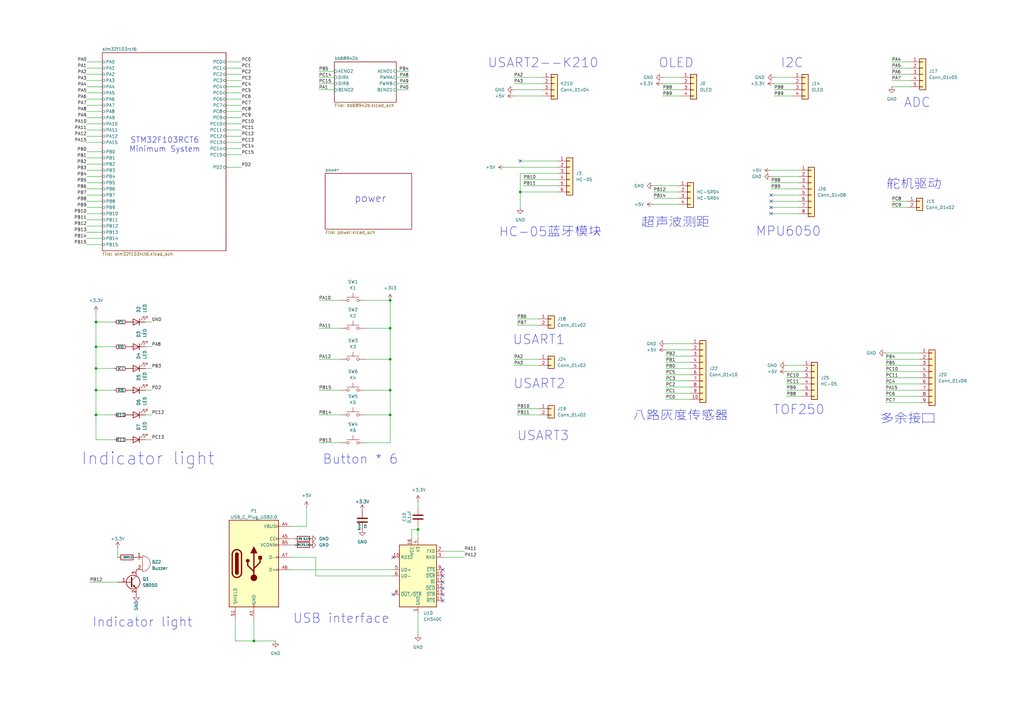
<source format=kicad_sch>
(kicad_sch (version 20231120) (generator "eeschema") (generator_version "8.0")
  (paper "A3")
  (lib_symbols
    (symbol "Library:+3.3V" (power) (pin_numbers hide) (pin_names (offset 0) hide)
      (property "Value" "+3.3V" (at 0 3.556 0))
      (symbol "+3.3V_1_1"
        (pin power_in line (at 0 0 90) (length 0) (name "~") (number "1"))
      )
    )
    (symbol "Library:+3V3" (power) (pin_numbers hide) (pin_names (offset 0) hide)
      (property "Value" "+3V3" (at 0 3.556 0))
      (symbol "+3V3_1_1"
        (pin power_in line (at 0 0 90) (length 0) (name "~") (number "1"))
      )
    )
    (symbol "Library:+5V" (power) (pin_numbers hide) (pin_names (offset 0) hide)
      (property "Value" "+5V" (at 0 3.556 0))
      (symbol "+5V_1_1"
        (pin power_in line (at 0 0 90) (length 0) (name "~") (number "1"))
      )
    )
    (symbol "Library:Buzzer" (pin_names (offset 0.0254) hide)
      (property "Reference" "BZ" (at 3.81 1.27 0))
      (property "Value" "Buzzer" (at 3.81 -1.27 0))
      (symbol "Buzzer_1_1"
        (pin passive line (at -2.54 2.54 0) (length 2.54) (name "-") (number "1"))
        (pin passive line (at -2.54 -2.54 0) (length 2.54) (name "+") (number "2"))
      )
    )
    (symbol "Library:C" (pin_numbers hide) (pin_names (offset 0.254))
      (property "Reference" "C" (at 0.635 2.54 0))
      (property "Value" "C" (at 0.635 -2.54 0))
      (symbol "C_1_1"
        (pin passive line (at 0 3.81 270) (length 2.794) (name "~") (number "1"))
        (pin passive line (at 0 -3.81 90) (length 2.794) (name "~") (number "2"))
      )
    )
    (symbol "Library:CH340C"
      (property "Reference" "U" (at -5.08 13.97 0))
      (property "Value" "CH340C" (at 1.27 13.97 0))
      (symbol "CH340C_1_1"
        (pin power_in line (at 0 -15.24 90) (length 2.54) (name "GND") (number "1"))
        (pin input line (at 10.16 0 180) (length 2.54) (name "~{DSR}") (number "10"))
        (pin input line (at 10.16 -2.54 180) (length 2.54) (name "~{RI}") (number "11"))
        (pin input line (at 10.16 -5.08 180) (length 2.54) (name "~{DCD}") (number "12"))
        (pin output line (at 10.16 -7.62 180) (length 2.54) (name "~{DTR}") (number "13"))
        (pin output line (at 10.16 -10.16 180) (length 2.54) (name "~{RTS}") (number "14"))
        (pin input line (at -10.16 7.62 0) (length 2.54) (name "R232") (number "15"))
        (pin power_in line (at -2.54 15.24 270) (length 2.54) (name "VCC") (number "16"))
        (pin output line (at 10.16 10.16 180) (length 2.54) (name "TXD") (number "2"))
        (pin input line (at 10.16 7.62 180) (length 2.54) (name "RXD") (number "3"))
        (pin power_out line (at 0 15.24 270) (length 2.54) (name "V3") (number "4"))
        (pin bidirectional line (at -10.16 2.54 0) (length 2.54) (name "UD+") (number "5"))
        (pin bidirectional line (at -10.16 0 0) (length 2.54) (name "UD-") (number "6"))
        (pin no_connect line (at -7.62 -5.08 0) (length 2.54) hide (name "NC") (number "7"))
        (pin output line (at -10.16 -7.62 0) (length 2.54) (name "~{OUT}/~{DTR}") (number "8"))
        (pin input line (at 10.16 2.54 180) (length 2.54) (name "~{CTS}") (number "9"))
      )
    )
    (symbol "Library:Conn_01x02" (pin_names (offset 1.016) hide)
      (property "Reference" "J" (at 0 2.54 0))
      (property "Value" "Conn_01x02" (at 0 -5.08 0))
      (symbol "Conn_01x02_1_1"
        (pin passive line (at -5.08 0 0) (length 3.81) (name "Pin_1") (number "1"))
        (pin passive line (at -5.08 -2.54 0) (length 3.81) (name "Pin_2") (number "2"))
      )
    )
    (symbol "Library:Conn_01x04" (pin_names (offset 1.016) hide)
      (property "Reference" "J" (at 0 5.08 0))
      (property "Value" "Conn_01x04" (at 0 -7.62 0))
      (symbol "Conn_01x04_1_1"
        (pin passive line (at -5.08 2.54 0) (length 3.81) (name "Pin_1") (number "1"))
        (pin passive line (at -5.08 0 0) (length 3.81) (name "Pin_2") (number "2"))
        (pin passive line (at -5.08 -2.54 0) (length 3.81) (name "Pin_3") (number "3"))
        (pin passive line (at -5.08 -5.08 0) (length 3.81) (name "Pin_4") (number "4"))
      )
    )
    (symbol "Library:Conn_01x05" (pin_names (offset 1.016) hide)
      (property "Reference" "J" (at 0 7.62 0))
      (property "Value" "Conn_01x05" (at 0 -7.62 0))
      (symbol "Conn_01x05_1_1"
        (pin passive line (at -5.08 5.08 0) (length 3.81) (name "Pin_1") (number "1"))
        (pin passive line (at -5.08 2.54 0) (length 3.81) (name "Pin_2") (number "2"))
        (pin passive line (at -5.08 0 0) (length 3.81) (name "Pin_3") (number "3"))
        (pin passive line (at -5.08 -2.54 0) (length 3.81) (name "Pin_4") (number "4"))
        (pin passive line (at -5.08 -5.08 0) (length 3.81) (name "Pin_5") (number "5"))
      )
    )
    (symbol "Library:Conn_01x06" (pin_names (offset 1.016) hide)
      (property "Reference" "J" (at 0 7.62 0))
      (property "Value" "Conn_01x06" (at 0 -10.16 0))
      (symbol "Conn_01x06_1_1"
        (pin passive line (at -5.08 5.08 0) (length 3.81) (name "Pin_1") (number "1"))
        (pin passive line (at -5.08 2.54 0) (length 3.81) (name "Pin_2") (number "2"))
        (pin passive line (at -5.08 0 0) (length 3.81) (name "Pin_3") (number "3"))
        (pin passive line (at -5.08 -2.54 0) (length 3.81) (name "Pin_4") (number "4"))
        (pin passive line (at -5.08 -5.08 0) (length 3.81) (name "Pin_5") (number "5"))
        (pin passive line (at -5.08 -7.62 0) (length 3.81) (name "Pin_6") (number "6"))
      )
    )
    (symbol "Library:Conn_01x08" (pin_names (offset 1.016) hide)
      (property "Reference" "J" (at 0 10.16 0))
      (property "Value" "Conn_01x08" (at 0 -12.7 0))
      (symbol "Conn_01x08_1_1"
        (pin passive line (at -5.08 7.62 0) (length 3.81) (name "Pin_1") (number "1"))
        (pin passive line (at -5.08 5.08 0) (length 3.81) (name "Pin_2") (number "2"))
        (pin passive line (at -5.08 2.54 0) (length 3.81) (name "Pin_3") (number "3"))
        (pin passive line (at -5.08 0 0) (length 3.81) (name "Pin_4") (number "4"))
        (pin passive line (at -5.08 -2.54 0) (length 3.81) (name "Pin_5") (number "5"))
        (pin passive line (at -5.08 -5.08 0) (length 3.81) (name "Pin_6") (number "6"))
        (pin passive line (at -5.08 -7.62 0) (length 3.81) (name "Pin_7") (number "7"))
        (pin passive line (at -5.08 -10.16 0) (length 3.81) (name "Pin_8") (number "8"))
      )
    )
    (symbol "Library:Conn_01x09" (pin_names (offset 1.016) hide)
      (property "Reference" "J" (at 0 12.7 0))
      (property "Value" "Conn_01x09" (at 0 -12.7 0))
      (symbol "Conn_01x09_1_1"
        (pin passive line (at -5.08 10.16 0) (length 3.81) (name "Pin_1") (number "1"))
        (pin passive line (at -5.08 7.62 0) (length 3.81) (name "Pin_2") (number "2"))
        (pin passive line (at -5.08 5.08 0) (length 3.81) (name "Pin_3") (number "3"))
        (pin passive line (at -5.08 2.54 0) (length 3.81) (name "Pin_4") (number "4"))
        (pin passive line (at -5.08 0 0) (length 3.81) (name "Pin_5") (number "5"))
        (pin passive line (at -5.08 -2.54 0) (length 3.81) (name "Pin_6") (number "6"))
        (pin passive line (at -5.08 -5.08 0) (length 3.81) (name "Pin_7") (number "7"))
        (pin passive line (at -5.08 -7.62 0) (length 3.81) (name "Pin_8") (number "8"))
        (pin passive line (at -5.08 -10.16 0) (length 3.81) (name "Pin_9") (number "9"))
      )
    )
    (symbol "Library:Conn_01x10" (pin_names (offset 1.016) hide)
      (property "Reference" "J" (at 0 12.7 0))
      (property "Value" "Conn_01x10" (at 0 -15.24 0))
      (symbol "Conn_01x10_1_1"
        (pin passive line (at -5.08 10.16 0) (length 3.81) (name "Pin_1") (number "1"))
        (pin passive line (at -5.08 -12.7 0) (length 3.81) (name "Pin_10") (number "10"))
        (pin passive line (at -5.08 7.62 0) (length 3.81) (name "Pin_2") (number "2"))
        (pin passive line (at -5.08 5.08 0) (length 3.81) (name "Pin_3") (number "3"))
        (pin passive line (at -5.08 2.54 0) (length 3.81) (name "Pin_4") (number "4"))
        (pin passive line (at -5.08 0 0) (length 3.81) (name "Pin_5") (number "5"))
        (pin passive line (at -5.08 -2.54 0) (length 3.81) (name "Pin_6") (number "6"))
        (pin passive line (at -5.08 -5.08 0) (length 3.81) (name "Pin_7") (number "7"))
        (pin passive line (at -5.08 -7.62 0) (length 3.81) (name "Pin_8") (number "8"))
        (pin passive line (at -5.08 -10.16 0) (length 3.81) (name "Pin_9") (number "9"))
      )
    )
    (symbol "Library:GND" (power) (pin_numbers hide) (pin_names (offset 0) hide)
      (property "Value" "GND" (at 0 -3.81 0))
      (symbol "GND_1_1"
        (pin power_in line (at 0 0 270) (length 0) (name "~") (number "1"))
      )
    )
    (symbol "Library:LED" (pin_numbers hide) (pin_names (offset 1.016) hide)
      (property "Reference" "D" (at 0 2.54 0))
      (property "Value" "LED" (at 0 -2.54 0))
      (symbol "LED_1_1"
        (pin passive line (at -3.81 0 0) (length 2.54) (name "K") (number "1"))
        (pin passive line (at 3.81 0 180) (length 2.54) (name "A") (number "2"))
      )
    )
    (symbol "Library:R" (pin_numbers hide) (pin_names (offset 0))
      (property "Reference" "R" (at 2.032 0 90))
      (property "Value" "R" (at 0 0 90))
      (symbol "R_1_1"
        (pin passive line (at 0 3.81 270) (length 1.27) (name "~") (number "1"))
        (pin passive line (at 0 -3.81 90) (length 1.27) (name "~") (number "2"))
      )
    )
    (symbol "Library:R_Small" (pin_numbers hide) (pin_names (offset 0.254) hide)
      (property "Reference" "R" (at 0.762 0.508 0))
      (property "Value" "R_Small" (at 0.762 -1.016 0))
      (symbol "R_Small_1_1"
        (pin passive line (at 0 2.54 270) (length 0.762) (name "~") (number "1"))
        (pin passive line (at 0 -2.54 90) (length 0.762) (name "~") (number "2"))
      )
    )
    (symbol "Library:S8050" (pin_names (offset 0) hide)
      (property "Reference" "Q" (at 5.08 1.905 0))
      (property "Value" "S8050" (at 5.08 0 0))
      (symbol "S8050_1_1"
        (pin input line (at -5.08 0 0) (length 5.08) (name "B") (number "1"))
        (pin passive line (at 2.54 -5.08 90) (length 2.54) (name "E") (number "2"))
        (pin passive line (at 2.54 5.08 270) (length 2.54) (name "C") (number "3"))
      )
    )
    (symbol "Library:SW_Push" (pin_numbers hide) (pin_names (offset 1.016) hide)
      (property "Reference" "SW" (at 1.27 2.54 0))
      (property "Value" "SW_Push" (at 0 -1.524 0))
      (symbol "SW_Push_0_1"
        (pin passive line (at -5.08 0 0) (length 2.54) (name "1") (number "1"))
        (pin passive line (at 5.08 0 180) (length 2.54) (name "2") (number "2"))
      )
    )
    (symbol "Library:USB_C_Plug_USB2.0" (pin_names (offset 1.016))
      (property "Reference" "P" (at -10.16 19.05 0))
      (property "Value" "USB_C_Plug_USB2.0" (at 12.7 19.05 0))
      (symbol "USB_C_Plug_USB2.0_1_1"
        (pin passive line (at 0 -22.86 90) (length 5.08) (name "GND") (number "A1"))
        (pin passive line (at 0 -22.86 90) (length 5.08) hide (name "GND") (number "A12"))
        (pin passive line (at 15.24 15.24 180) (length 5.08) (name "VBUS") (number "A4"))
        (pin bidirectional line (at 15.24 10.16 180) (length 5.08) (name "CC") (number "A5"))
        (pin bidirectional line (at 15.24 -2.54 180) (length 5.08) (name "D+") (number "A6"))
        (pin bidirectional line (at 15.24 2.54 180) (length 5.08) (name "D-") (number "A7"))
        (pin passive line (at 15.24 15.24 180) (length 5.08) hide (name "VBUS") (number "A9"))
        (pin passive line (at 0 -22.86 90) (length 5.08) hide (name "GND") (number "B1"))
        (pin passive line (at 0 -22.86 90) (length 5.08) hide (name "GND") (number "B12"))
        (pin passive line (at 15.24 15.24 180) (length 5.08) hide (name "VBUS") (number "B4"))
        (pin bidirectional line (at 15.24 7.62 180) (length 5.08) (name "VCONN") (number "B5"))
        (pin passive line (at 15.24 15.24 180) (length 5.08) hide (name "VBUS") (number "B9"))
        (pin passive line (at -7.62 -22.86 90) (length 5.08) (name "SHIELD") (number "S1"))
      )
    )
  )
  (junction (at 104.14 262.89))
  (junction (at 39.37 170.18))
  (junction (at 171.45 217.17))
  (junction (at 160.02 147.32))
  (junction (at 39.37 151.13))
  (junction (at 160.02 134.62))
  (junction (at 39.37 142.24))
  (junction (at 160.02 123.19))
  (junction (at 160.02 170.18))
  (junction (at 39.37 160.02))
  (junction (at 160.02 160.02))
  (junction (at 39.37 132.08))
  (junction (at 213.36 78.74))
  (no_connect (at 181.61 241.3))
  (no_connect (at 316.23 82.55))
  (no_connect (at 181.61 233.68))
  (no_connect (at 213.36 66.04))
  (no_connect (at 316.23 85.09))
  (no_connect (at 161.29 228.6))
  (no_connect (at 181.61 243.84))
  (no_connect (at 161.29 243.84))
  (no_connect (at 316.23 80.01))
  (no_connect (at 181.61 238.76))
  (no_connect (at 316.23 87.63))
  (no_connect (at 181.61 236.22))
  (no_connect (at 181.61 246.38))
  (wire (pts (xy 130.81 170.18) (xy 139.7 170.18)))
  (wire (pts (xy 322.58 157.48) (xy 328.93 157.48)))
  (wire (pts (xy 62.23 151.13) (xy 59.69 151.13)))
  (wire (pts (xy 322.58 160.02) (xy 328.93 160.02)))
  (wire (pts (xy 35.56 92.71) (xy 41.91 92.71)))
  (wire (pts (xy 129.54 228.6) (xy 129.54 236.22)))
  (wire (pts (xy 35.56 87.63) (xy 41.91 87.63)))
  (wire (pts (xy 322.58 152.4) (xy 328.93 152.4)))
  (wire (pts (xy 130.81 36.83) (xy 137.16 36.83)))
  (wire (pts (xy 168.91 220.98) (xy 168.91 217.17)))
  (wire (pts (xy 365.76 82.55) (xy 372.11 82.55)))
  (wire (pts (xy 271.78 36.83) (xy 279.4 36.83)))
  (wire (pts (xy 62.23 170.18) (xy 59.69 170.18)))
  (wire (pts (xy 35.56 48.26) (xy 41.91 48.26)))
  (wire (pts (xy 104.14 254) (xy 104.14 262.89)))
  (wire (pts (xy 35.56 40.64) (xy 41.91 40.64)))
  (wire (pts (xy 322.58 154.94) (xy 328.93 154.94)))
  (wire (pts (xy 127 223.52) (xy 128.27 223.52)))
  (wire (pts (xy 46.99 142.24) (xy 39.37 142.24)))
  (wire (pts (xy 92.71 50.8) (xy 99.06 50.8)))
  (wire (pts (xy 130.81 147.32) (xy 139.7 147.32)))
  (wire (pts (xy 62.23 180.34) (xy 59.69 180.34)))
  (wire (pts (xy 168.91 217.17) (xy 171.45 217.17)))
  (wire (pts (xy 273.05 153.67) (xy 283.21 153.67)))
  (wire (pts (xy 181.61 228.6) (xy 190.5 228.6)))
  (wire (pts (xy 271.78 31.75) (xy 279.4 31.75)))
  (wire (pts (xy 149.86 160.02) (xy 160.02 160.02)))
  (wire (pts (xy 210.82 34.29) (xy 222.25 34.29)))
  (wire (pts (xy 92.71 48.26) (xy 99.06 48.26)))
  (wire (pts (xy 213.36 71.12) (xy 213.36 78.74)))
  (wire (pts (xy 62.23 142.24) (xy 59.69 142.24)))
  (wire (pts (xy 35.56 77.47) (xy 41.91 77.47)))
  (wire (pts (xy 365.76 30.48) (xy 373.38 30.48)))
  (wire (pts (xy 273.05 146.05) (xy 283.21 146.05)))
  (wire (pts (xy 119.38 215.9) (xy 125.73 215.9)))
  (wire (pts (xy 363.22 152.4) (xy 377.19 152.4)))
  (wire (pts (xy 92.71 45.72) (xy 99.06 45.72)))
  (wire (pts (xy 213.36 78.74) (xy 228.6 78.74)))
  (wire (pts (xy 363.22 162.56) (xy 377.19 162.56)))
  (wire (pts (xy 46.99 151.13) (xy 39.37 151.13)))
  (wire (pts (xy 363.22 160.02) (xy 377.19 160.02)))
  (wire (pts (xy 363.22 149.86) (xy 377.19 149.86)))
  (wire (pts (xy 363.22 157.48) (xy 377.19 157.48)))
  (wire (pts (xy 35.56 95.25) (xy 41.91 95.25)))
  (wire (pts (xy 92.71 27.94) (xy 99.06 27.94)))
  (wire (pts (xy 365.76 33.02) (xy 373.38 33.02)))
  (wire (pts (xy 273.05 161.29) (xy 283.21 161.29)))
  (wire (pts (xy 130.81 123.19) (xy 139.7 123.19)))
  (wire (pts (xy 35.56 69.85) (xy 41.91 69.85)))
  (wire (pts (xy 39.37 142.24) (xy 39.37 151.13)))
  (wire (pts (xy 35.56 74.93) (xy 41.91 74.93)))
  (wire (pts (xy 273.05 158.75) (xy 283.21 158.75)))
  (wire (pts (xy 129.54 236.22) (xy 161.29 236.22)))
  (wire (pts (xy 92.71 30.48) (xy 99.06 30.48)))
  (wire (pts (xy 363.22 144.78) (xy 377.19 144.78)))
  (wire (pts (xy 363.22 154.94) (xy 377.19 154.94)))
  (wire (pts (xy 160.02 160.02) (xy 160.02 170.18)))
  (wire (pts (xy 316.23 82.55) (xy 327.66 82.55)))
  (wire (pts (xy 271.78 39.37) (xy 279.4 39.37)))
  (wire (pts (xy 39.37 170.18) (xy 39.37 180.34)))
  (wire (pts (xy 130.81 29.21) (xy 137.16 29.21)))
  (wire (pts (xy 125.73 208.28) (xy 125.73 215.9)))
  (wire (pts (xy 35.56 62.23) (xy 41.91 62.23)))
  (wire (pts (xy 317.5 36.83) (xy 325.12 36.83)))
  (wire (pts (xy 207.01 68.58) (xy 228.6 68.58)))
  (wire (pts (xy 365.76 27.94) (xy 373.38 27.94)))
  (wire (pts (xy 214.63 76.2) (xy 228.6 76.2)))
  (wire (pts (xy 210.82 31.75) (xy 222.25 31.75)))
  (wire (pts (xy 35.56 50.8) (xy 41.91 50.8)))
  (wire (pts (xy 181.61 226.06) (xy 190.5 226.06)))
  (wire (pts (xy 267.97 81.28) (xy 278.13 81.28)))
  (wire (pts (xy 171.45 205.74) (xy 171.45 208.28)))
  (wire (pts (xy 160.02 134.62) (xy 160.02 147.32)))
  (wire (pts (xy 214.63 73.66) (xy 228.6 73.66)))
  (wire (pts (xy 62.23 160.02) (xy 59.69 160.02)))
  (wire (pts (xy 92.71 40.64) (xy 99.06 40.64)))
  (wire (pts (xy 35.56 25.4) (xy 41.91 25.4)))
  (wire (pts (xy 35.56 85.09) (xy 41.91 85.09)))
  (wire (pts (xy 149.86 123.19) (xy 160.02 123.19)))
  (wire (pts (xy 92.71 38.1) (xy 99.06 38.1)))
  (wire (pts (xy 162.56 34.29) (xy 167.64 34.29)))
  (wire (pts (xy 273.05 140.97) (xy 283.21 140.97)))
  (wire (pts (xy 92.71 35.56) (xy 99.06 35.56)))
  (wire (pts (xy 92.71 53.34) (xy 99.06 53.34)))
  (wire (pts (xy 149.86 147.32) (xy 160.02 147.32)))
  (wire (pts (xy 271.78 34.29) (xy 279.4 34.29)))
  (wire (pts (xy 39.37 128.27) (xy 39.37 132.08)))
  (wire (pts (xy 39.37 151.13) (xy 39.37 160.02)))
  (wire (pts (xy 316.23 85.09) (xy 327.66 85.09)))
  (wire (pts (xy 130.81 34.29) (xy 137.16 34.29)))
  (wire (pts (xy 35.56 72.39) (xy 41.91 72.39)))
  (wire (pts (xy 119.38 223.52) (xy 120.65 223.52)))
  (wire (pts (xy 273.05 143.51) (xy 283.21 143.51)))
  (wire (pts (xy 35.56 97.79) (xy 41.91 97.79)))
  (wire (pts (xy 92.71 43.18) (xy 99.06 43.18)))
  (wire (pts (xy 149.86 181.61) (xy 160.02 181.61)))
  (wire (pts (xy 130.81 160.02) (xy 139.7 160.02)))
  (wire (pts (xy 365.76 85.09) (xy 372.11 85.09)))
  (wire (pts (xy 35.56 53.34) (xy 41.91 53.34)))
  (wire (pts (xy 35.56 58.42) (xy 41.91 58.42)))
  (wire (pts (xy 35.56 100.33) (xy 41.91 100.33)))
  (wire (pts (xy 39.37 160.02) (xy 39.37 170.18)))
  (wire (pts (xy 92.71 25.4) (xy 99.06 25.4)))
  (wire (pts (xy 48.26 224.79) (xy 48.26 228.6)))
  (wire (pts (xy 62.23 132.08) (xy 59.69 132.08)))
  (wire (pts (xy 35.56 45.72) (xy 41.91 45.72)))
  (wire (pts (xy 35.56 38.1) (xy 41.91 38.1)))
  (wire (pts (xy 322.58 149.86) (xy 328.93 149.86)))
  (wire (pts (xy 316.23 74.93) (xy 327.66 74.93)))
  (wire (pts (xy 35.56 67.31) (xy 41.91 67.31)))
  (wire (pts (xy 267.97 83.82) (xy 278.13 83.82)))
  (wire (pts (xy 213.36 71.12) (xy 228.6 71.12)))
  (wire (pts (xy 35.56 64.77) (xy 41.91 64.77)))
  (wire (pts (xy 365.76 25.4) (xy 373.38 25.4)))
  (wire (pts (xy 35.56 82.55) (xy 41.91 82.55)))
  (wire (pts (xy 171.45 251.46) (xy 171.45 260.35)))
  (wire (pts (xy 212.09 133.35) (xy 220.98 133.35)))
  (wire (pts (xy 119.38 233.68) (xy 161.29 233.68)))
  (wire (pts (xy 149.86 170.18) (xy 160.02 170.18)))
  (wire (pts (xy 162.56 36.83) (xy 167.64 36.83)))
  (wire (pts (xy 35.56 55.88) (xy 41.91 55.88)))
  (wire (pts (xy 46.99 160.02) (xy 39.37 160.02)))
  (wire (pts (xy 39.37 132.08) (xy 39.37 142.24)))
  (wire (pts (xy 162.56 29.21) (xy 167.64 29.21)))
  (wire (pts (xy 317.5 31.75) (xy 325.12 31.75)))
  (wire (pts (xy 212.09 167.64) (xy 220.98 167.64)))
  (wire (pts (xy 104.14 262.89) (xy 113.03 262.89)))
  (wire (pts (xy 160.02 160.02) (xy 160.02 147.32)))
  (wire (pts (xy 96.52 254) (xy 96.52 262.89)))
  (wire (pts (xy 316.23 87.63) (xy 327.66 87.63)))
  (wire (pts (xy 317.5 39.37) (xy 325.12 39.37)))
  (wire (pts (xy 35.56 90.17) (xy 41.91 90.17)))
  (wire (pts (xy 130.81 181.61) (xy 139.7 181.61)))
  (wire (pts (xy 273.05 163.83) (xy 283.21 163.83)))
  (wire (pts (xy 210.82 149.86) (xy 220.98 149.86)))
  (wire (pts (xy 127 220.98) (xy 128.27 220.98)))
  (wire (pts (xy 267.97 78.74) (xy 278.13 78.74)))
  (wire (pts (xy 35.56 27.94) (xy 41.91 27.94)))
  (wire (pts (xy 171.45 217.17) (xy 171.45 220.98)))
  (wire (pts (xy 316.23 80.01) (xy 327.66 80.01)))
  (wire (pts (xy 316.23 69.85) (xy 327.66 69.85)))
  (wire (pts (xy 322.58 162.56) (xy 328.93 162.56)))
  (wire (pts (xy 273.05 148.59) (xy 283.21 148.59)))
  (wire (pts (xy 149.86 134.62) (xy 160.02 134.62)))
  (wire (pts (xy 130.81 31.75) (xy 137.16 31.75)))
  (wire (pts (xy 92.71 58.42) (xy 99.06 58.42)))
  (wire (pts (xy 210.82 39.37) (xy 222.25 39.37)))
  (wire (pts (xy 119.38 228.6) (xy 129.54 228.6)))
  (wire (pts (xy 35.56 33.02) (xy 41.91 33.02)))
  (wire (pts (xy 212.09 130.81) (xy 220.98 130.81)))
  (wire (pts (xy 363.22 165.1) (xy 377.19 165.1)))
  (wire (pts (xy 317.5 34.29) (xy 325.12 34.29)))
  (wire (pts (xy 316.23 77.47) (xy 327.66 77.47)))
  (wire (pts (xy 92.71 33.02) (xy 99.06 33.02)))
  (wire (pts (xy 267.97 76.2) (xy 278.13 76.2)))
  (wire (pts (xy 160.02 181.61) (xy 160.02 170.18)))
  (wire (pts (xy 119.38 220.98) (xy 120.65 220.98)))
  (wire (pts (xy 365.76 35.56) (xy 373.38 35.56)))
  (wire (pts (xy 171.45 215.9) (xy 171.45 217.17)))
  (wire (pts (xy 35.56 35.56) (xy 41.91 35.56)))
  (wire (pts (xy 46.99 180.34) (xy 39.37 180.34)))
  (wire (pts (xy 35.56 80.01) (xy 41.91 80.01)))
  (wire (pts (xy 210.82 147.32) (xy 220.98 147.32)))
  (wire (pts (xy 162.56 31.75) (xy 167.64 31.75)))
  (wire (pts (xy 213.36 78.74) (xy 213.36 85.09)))
  (wire (pts (xy 210.82 36.83) (xy 222.25 36.83)))
  (wire (pts (xy 39.37 132.08) (xy 46.99 132.08)))
  (wire (pts (xy 273.05 151.13) (xy 283.21 151.13)))
  (wire (pts (xy 36.83 238.76) (xy 48.26 238.76)))
  (wire (pts (xy 92.71 63.5) (xy 99.06 63.5)))
  (wire (pts (xy 96.52 262.89) (xy 104.14 262.89)))
  (wire (pts (xy 35.56 43.18) (xy 41.91 43.18)))
  (wire (pts (xy 92.71 55.88) (xy 99.06 55.88)))
  (wire (pts (xy 213.36 66.04) (xy 228.6 66.04)))
  (wire (pts (xy 160.02 123.19) (xy 160.02 134.62)))
  (wire (pts (xy 92.71 68.58) (xy 99.06 68.58)))
  (wire (pts (xy 212.09 170.18) (xy 220.98 170.18)))
  (wire (pts (xy 130.81 134.62) (xy 139.7 134.62)))
  (wire (pts (xy 273.05 156.21) (xy 283.21 156.21)))
  (wire (pts (xy 363.22 147.32) (xy 377.19 147.32)))
  (wire (pts (xy 46.99 170.18) (xy 39.37 170.18)))
  (wire (pts (xy 316.23 72.39) (xy 327.66 72.39)))
  (wire (pts (xy 92.71 60.96) (xy 99.06 60.96)))
  (wire (pts (xy 35.56 30.48) (xy 41.91 30.48)))
  (text "USART3" (at 222.758 178.816 0) (effects (font (size 3.81 3.81))))
  (text "超声波测距" (at 277.114 91.44 0) (effects (font (size 3.81 3.81))))
  (text "OLED" (at 277.368 25.908 0) (effects (font (size 3.81 3.81))))
  (text "USB interface" (at 139.954 253.746 0) (effects (font (size 3.81 3.81))))
  (text "power" (at 151.892 81.534 0) (effects (font (size 3 3))))
  (text "Indicator light" (at 60.706 188.214 0) (effects (font (size 5.08 5.08))))
  (text "STM32F103RCT6\nMinimum System" (at 67.564 59.436 0) (effects (font (size 2.3 2.3))))
  (text "MPU6050" (at 323.342 94.996 0) (effects (font (size 3.81 3.81))))
  (text "舵机驱动" (at 374.904 75.692 0) (effects (font (size 3.81 3.81))))
  (text "TOF250" (at 327.66 168.148 0) (effects (font (size 3.81 3.81))))
  (text "USART2" (at 221.234 157.48 0) (effects (font (size 3.81 3.81))))
  (text "HC-05蓝牙模块" (at 225.806 95.25 0) (effects (font (size 3.81 3.81))))
  (text "多余接口" (at 372.364 171.958 0) (effects (font (size 3.81 3.81))))
  (text "I2C" (at 324.866 25.908 0) (effects (font (size 3.81 3.81))))
  (text "八路灰度传感器\n" (at 279.146 170.688 0) (effects (font (size 3.81 3.81))))
  (text "Indicator light" (at 58.42 255.27 0) (effects (font (size 3.81 3.81))))
  (text "ADC" (at 376.174 42.164 0) (effects (font (size 3.81 3.81))))
  (text "Button * 6" (at 147.828 188.468 0) (effects (font (size 3.81 3.81))))
  (text "USART1" (at 220.98 139.446 0) (effects (font (size 3.81 3.81))))
  (text "USART2--K210\n" (at 222.758 25.908 0) (effects (font (size 3.81 3.81))))
  (label "PB5" (at 363.22 149.86 0))
  (label "PA12" (at 190.5 228.6 0))
  (label "PB3" (at 62.23 151.13 0))
  (label "PC3" (at 99.06 33.02 0))
  (label "PA3" (at 35.56 33.02 180))
  (label "PB8" (at 317.5 36.83 0))
  (label "PA11" (at 130.81 134.62 0))
  (label "PA5" (at 35.56 38.1 180))
  (label "PC11" (at 99.06 53.34 0))
  (label "PC9" (at 99.06 48.26 0))
  (label "PB1" (at 273.05 148.59 0))
  (label "PB10" (at 212.09 167.64 0))
  (label "PB13" (at 35.56 95.25 180))
  (label "PA6" (at 35.56 40.64 180))
  (label "PB12" (at 267.97 78.74 0))
  (label "PA1" (at 35.56 27.94 180))
  (label "PC4" (at 99.06 35.56 0))
  (label "PC10" (at 322.58 154.94 0))
  (label "PB4" (at 363.22 147.32 0))
  (label "PB9" (at 35.56 85.09 180))
  (label "PC7" (at 99.06 43.18 0))
  (label "PA0" (at 167.64 36.83 180))
  (label "PB13" (at 130.81 181.61 0))
  (label "PB6" (at 212.09 130.81 0))
  (label "PA7" (at 365.76 33.02 0))
  (label "PB14" (at 130.81 170.18 0))
  (label "PC10" (at 99.06 50.8 0))
  (label "PA0" (at 35.56 25.4 180))
  (label "PA6" (at 365.76 30.48 0))
  (label "PB8" (at 322.58 162.56 0))
  (label "PA1" (at 130.81 36.83 0))
  (label "PB9" (at 316.23 77.47 0))
  (label "PB14" (at 267.97 81.28 0))
  (label "PB6" (at 35.56 77.47 180))
  (label "PB2" (at 273.05 146.05 0))
  (label "PC8" (at 365.76 82.55 0))
  (label "PD2" (at 99.06 68.58 0))
  (label "PC14" (at 99.06 60.96 0))
  (label "PA12" (at 130.81 147.32 0))
  (label "PA9" (at 167.64 34.29 180))
  (label "PA11" (at 35.56 53.34 180))
  (label "PA15" (at 35.56 58.42 180))
  (label "PA11" (at 190.5 226.06 0))
  (label "PC8" (at 99.06 45.72 0))
  (label "PC15" (at 99.06 63.5 0))
  (label "PC4" (at 363.22 157.48 0))
  (label "PC15" (at 130.81 34.29 0))
  (label "PB10" (at 35.56 87.63 180))
  (label "PC13" (at 62.23 180.34 0))
  (label "PB11" (at 214.63 76.2 0))
  (label "PC14" (at 130.81 31.75 0))
  (label "PC5" (at 273.05 153.67 0))
  (label "PC5" (at 99.06 38.1 0))
  (label "PD2" (at 62.23 160.02 0))
  (label "PB9" (at 271.78 39.37 0))
  (label "PB12" (at 36.83 238.76 0))
  (label "PA7" (at 35.56 43.18 180))
  (label "PA8" (at 167.64 31.75 180))
  (label "PC0" (at 99.06 25.4 0))
  (label "PA10" (at 35.56 50.8 180))
  (label "PA3" (at 210.82 34.29 0))
  (label "PB4" (at 35.56 72.39 180))
  (label "PA2" (at 35.56 30.48 180))
  (label "PB11" (at 212.09 170.18 0))
  (label "PC1" (at 99.06 27.94 0))
  (label "PA8" (at 35.56 45.72 180))
  (label "PB15" (at 130.81 160.02 0))
  (label "PC12" (at 62.23 170.18 0))
  (label "PB11" (at 35.56 90.17 180))
  (label "PB5" (at 35.56 74.93 180))
  (label "PA10" (at 130.81 123.19 0))
  (label "PB8" (at 271.78 36.83 0))
  (label "PB1" (at 35.56 64.77 180))
  (label "PB5" (at 130.81 29.21 0))
  (label "PC11" (at 322.58 157.48 0))
  (label "PB9" (at 322.58 160.02 0))
  (label "PB7" (at 35.56 80.01 180))
  (label "PA12" (at 35.56 55.88 180))
  (label "PB0" (at 35.56 62.23 180))
  (label "PA9" (at 35.56 48.26 180))
  (label "PB4" (at 167.64 29.21 180))
  (label "PA2" (at 210.82 31.75 0))
  (label "PC3" (at 273.05 156.21 0))
  (label "PC6" (at 363.22 162.56 0))
  (label "PB14" (at 35.56 97.79 180))
  (label "PB8" (at 316.23 74.93 0))
  (label "PC10" (at 363.22 152.4 0))
  (label "PB9" (at 317.5 39.37 0))
  (label "PB15" (at 35.56 100.33 180))
  (label "PA2" (at 210.82 147.32 0))
  (label "PA8" (at 62.23 142.24 0))
  (label "PA15" (at 363.22 160.02 0))
  (label "PB7" (at 212.09 133.35 0))
  (label "PC7" (at 363.22 165.1 0))
  (label "PC2" (at 99.06 30.48 0))
  (label "PC9" (at 365.76 85.09 0))
  (label "PC6" (at 99.06 40.64 0))
  (label "PC1" (at 273.05 161.29 0))
  (label "PB8" (at 35.56 82.55 180))
  (label "PB0" (at 273.05 151.13 0))
  (label "GND" (at 62.23 132.08 0))
  (label "PC11" (at 363.22 154.94 0))
  (label "PB10" (at 214.63 73.66 0))
  (label "PC2" (at 273.05 158.75 0))
  (label "PA5" (at 365.76 27.94 0))
  (label "PC12" (at 99.06 55.88 0))
  (label "PB3" (at 35.56 69.85 180))
  (label "PC13" (at 99.06 58.42 0))
  (label "PA4" (at 35.56 35.56 180))
  (label "PC0" (at 273.05 163.83 0))
  (label "PA3" (at 210.82 149.86 0))
  (label "PA4" (at 365.76 25.4 0))
  (label "PB2" (at 35.56 67.31 180))
  (label "PB12" (at 35.56 92.71 180))
  (symbol (lib_id "Library:GND") (at 113.03 262.89 0) (unit 1)
    (property "Reference" "#PWR062" (effects (hide yes)))
    (property "Value" "GND" (at 113.03 267.97 0))
    (property "Description" "Power symbol creates a global label with name \"GND\" , ground" (effects (hide yes)))
  )
  (symbol (lib_id "Library:R_Small") (at 49.53 132.08 270) (unit 1)
    (property "Reference" "R5" (at 49.53 132.08 90))
    (property "Value" "10k" (effects (hide yes)))
    (property "Footprint" "Resistor_SMD:R_0603_1608Metric" (effects (hide yes)))
  )
  (symbol (lib_id "Library:Buzzer") (at 58.42 231.14 0) (unit 1)
    (property "Reference" "BZ2" (at 62.23 230.505 0) (effects (justify left)))
    (property "Value" "Buzzer" (at 62.23 233.045 0) (effects (justify left)))
    (property "Footprint" "Buzzer_Beeper:Indicator_PUI_AI-1440-TWT-24V-2-R" (effects (hide yes)))
  )
  (symbol (lib_id "Library:Conn_01x06") (at 233.68 71.12 0) (unit 1)
    (property "Reference" "J3" (at 236.22 71.1199 0) (effects (justify left)))
    (property "Value" "HC-05" (at 236.22 73.6599 0) (effects (justify left)))
    (property "Footprint" "Connector_PinSocket_2.54mm:PinSocket_1x06_P2.54mm_Vertical" (effects (hide yes)))
    (property "Description" "Generic connector, single row, 01x06, script generated (kicad-library-utils/schlib/autogen/connector/)" (effects (hide yes)))
  )
  (symbol (lib_id "Library:Conn_01x06") (at 334.01 154.94 0) (unit 1)
    (property "Reference" "J25" (at 336.55 154.9399 0) (effects (justify left)))
    (property "Value" "HC-05" (at 336.55 157.4799 0) (effects (justify left)))
    (property "Footprint" "Connector_PinSocket_2.54mm:PinSocket_1x06_P2.54mm_Vertical" (effects (hide yes)))
    (property "Description" "Generic connector, single row, 01x06, script generated (kicad-library-utils/schlib/autogen/connector/)" (effects (hide yes)))
  )
  (symbol (lib_id "Library:R_Small") (at 49.53 170.18 270) (unit 1)
    (property "Reference" "R10" (at 49.53 170.18 90))
    (property "Value" "10k" (effects (hide yes)))
    (property "Footprint" "Resistor_SMD:R_0603_1608Metric" (effects (hide yes)))
  )
  (symbol (lib_id "Library:SW_Push") (at 144.78 134.62 0) (unit 1)
    (property "Reference" "SW2" (at 144.78 127 0))
    (property "Value" "K2" (at 144.78 129.54 0))
    (property "Footprint" "DuRuofu_Switch:SW_Push_1P1T_NO_6x6mm" (effects (hide yes)))
    (property "Description" "Push button switch, generic, two pins" (effects (hide yes)))
  )
  (symbol (lib_id "Library:GND") (at 365.76 35.56 0) (unit 1)
    (property "Reference" "#PWR064" (effects (hide yes)))
    (property "Value" "GND" (at 365.76 40.64 0))
    (property "Description" "Power symbol creates a global label with name \"GND\" , ground" (effects (hide yes)))
  )
  (symbol (lib_id "Library:+3.3V") (at 39.37 128.27 0) (unit 1)
    (property "Reference" "#PWR048" (effects (hide yes)))
    (property "Value" "+3.3V" (at 39.37 123.19 0))
    (property "Description" "Power symbol creates a global label with name \"+3.3V\"" (effects (hide yes)))
  )
  (symbol (lib_id "Library:GND") (at 213.36 85.09 0) (unit 1)
    (property "Reference" "#PWR052" (effects (hide yes)))
    (property "Value" "GND" (at 213.36 90.17 0))
    (property "Description" "Power symbol creates a global label with name \"GND\" , ground" (effects (hide yes)))
  )
  (symbol (lib_id "Library:CH340C") (at 171.45 236.22 0) (unit 1)
    (property "Reference" "U10" (at 173.6441 251.46 0) (effects (justify left)))
    (property "Value" "CH340C" (at 173.6441 254 0) (effects (justify left)))
    (property "Footprint" "Package_SO:SOIC-16_3.9x9.9mm_P1.27mm" (effects (hide yes)))
    (property "Datasheet" "https://datasheet.lcsc.com/szlcsc/Jiangsu-Qin-Heng-CH340C_C84681.pdf" (effects (hide yes)))
    (property "Description" "USB serial converter, UART, SOIC-16" (effects (hide yes)))
  )
  (symbol (lib_id "Library:Conn_01x09") (at 382.27 154.94 0) (unit 1)
    (property "Reference" "J20" (at 384.81 153.6699 0) (effects (justify left)))
    (property "Value" "Conn_01x09" (at 384.81 156.2099 0) (effects (justify left)))
    (property "Footprint" "Connector_PinSocket_2.54mm:PinSocket_1x09_P2.54mm_Vertical" (effects (hide yes)))
    (property "Description" "Generic connector, single row, 01x09, script generated (kicad-library-utils/schlib/autogen/connector/)" (effects (hide yes)))
  )
  (symbol (lib_id "Library:R") (at 52.07 228.6 270) (unit 1)
    (property "Reference" "R12" (at 54.356 228.6 90) (effects (font (size 0.762 0.762)) (justify right)))
    (property "Value" "20" (at 52.07 228.6 90) (effects (font (size 0.762 0.762)) (justify right)))
    (property "Footprint" "Resistor_SMD:R_0603_1608Metric" (effects (hide yes)))
  )
  (symbol (lib_id "Library:+3.3V") (at 171.45 205.74 0) (mirror y) (unit 1)
    (property "Reference" "#PWR031" (effects (hide yes)))
    (property "Value" "+3.3V" (at 171.704 200.914 0))
  )
  (symbol (lib_id "Library:Conn_01x04") (at 283.21 78.74 0) (unit 1)
    (property "Reference" "HC-SR04" (at 285.75 78.7399 0) (effects (justify left)))
    (property "Value" "HC-SR04" (at 285.75 81.2799 0) (effects (justify left)))
    (property "Footprint" "Connector_PinSocket_2.54mm:PinSocket_1x04_P2.54mm_Vertical" (effects (hide yes)))
    (property "Description" "Generic connector, single row, 01x04, script generated (kicad-library-utils/schlib/autogen/connector/)" (effects (hide yes)))
  )
  (symbol (lib_id "Library:LED") (at 55.88 132.08 180) (unit 1)
    (property "Reference" "D2" (at 56.8325 128.27 90) (effects (justify right)))
    (property "Value" "LED" (at 59.3725 128.27 90) (effects (justify right)))
    (property "Footprint" "LED_SMD:LED_0805_2012Metric" (effects (hide yes)))
  )
  (symbol (lib_id "Library:GND") (at 322.58 149.86 270) (unit 1)
    (property "Reference" "#PWR078" (effects (hide yes)))
    (property "Value" "GND" (at 318.77 149.8599 90) (effects (justify right)))
    (property "Description" "Power symbol creates a global label with name \"GND\" , ground" (effects (hide yes)))
  )
  (symbol (lib_id "Library:Conn_01x02") (at 226.06 147.32 0) (unit 1)
    (property "Reference" "J24" (at 228.6 147.3199 0) (effects (justify left)))
    (property "Value" "Conn_01x02" (at 228.6 149.8599 0) (effects (justify left)))
    (property "Footprint" "Connector_PinSocket_2.54mm:PinSocket_1x02_P2.54mm_Vertical" (effects (hide yes)))
    (property "Description" "Generic connector, single row, 01x02, script generated (kicad-library-utils/schlib/autogen/connector/)" (effects (hide yes)))
  )
  (symbol (lib_id "Library:SW_Push") (at 144.78 181.61 0) (unit 1)
    (property "Reference" "SW4" (at 144.78 173.99 0))
    (property "Value" "K6" (at 144.78 176.53 0))
    (property "Footprint" "DuRuofu_Switch:SW_Push_1P1T_NO_6x6mm" (effects (hide yes)))
    (property "Description" "Push button switch, generic, two pins" (effects (hide yes)))
  )
  (symbol (lib_id "Library:+5V") (at 316.23 69.85 90) (mirror x) (unit 1)
    (property "Reference" "#PWR080" (effects (hide yes)))
    (property "Value" "+5V" (at 312.42 69.8499 90) (effects (justify left)))
    (property "Description" "Power symbol creates a global label with name \"+5V\"" (effects (hide yes)))
  )
  (symbol (lib_id "Library:R_Small") (at 49.53 160.02 270) (unit 1)
    (property "Reference" "R8" (at 49.53 160.02 90))
    (property "Value" "10k" (effects (hide yes)))
    (property "Footprint" "Resistor_SMD:R_0603_1608Metric" (effects (hide yes)))
  )
  (symbol (lib_id "Library:+3.3V") (at 317.5 34.29 90) (unit 1)
    (property "Reference" "#PWR038" (effects (hide yes)))
    (property "Value" "+3.3V" (at 313.69 34.2899 90) (effects (justify left)))
    (property "Description" "Power symbol creates a global label with name \"+3.3V\"" (effects (hide yes)))
  )
  (symbol (lib_id "Library:GND") (at 148.59 217.17 0) (unit 1)
    (property "Reference" "#PWR033" (effects (hide yes)))
    (property "Value" "GND" (at 148.59 222.25 0))
  )
  (symbol (lib_id "Library:+3.3V") (at 48.26 224.79 0) (unit 1)
    (property "Reference" "#PWR045" (effects (hide yes)))
    (property "Value" "+3.3V" (at 48.26 220.98 0))
  )
  (symbol (lib_id "Library:GND") (at 273.05 140.97 270) (unit 1)
    (property "Reference" "#PWR056" (effects (hide yes)))
    (property "Value" "GND" (at 269.24 140.9699 90) (effects (justify right)))
    (property "Description" "Power symbol creates a global label with name \"GND\" , ground" (effects (hide yes)))
  )
  (symbol (lib_id "Library:R") (at 124.46 220.98 90) (unit 1)
    (property "Reference" "R9" (at 123.19 220.98 90) (effects (font (size 0.762 0.762))))
    (property "Value" "5.1K" (at 125.73 220.98 90) (effects (font (size 0.762 0.762))))
    (property "Footprint" "Resistor_SMD:R_0603_1608Metric" (effects (hide yes)))
  )
  (symbol (lib_id "Library:SW_Push") (at 144.78 123.19 0) (unit 1)
    (property "Reference" "SW1" (at 144.78 115.57 0))
    (property "Value" "K1" (at 144.78 118.11 0))
    (property "Footprint" "DuRuofu_Switch:SW_Push_1P1T_NO_6x6mm" (effects (hide yes)))
    (property "Description" "Push button switch, generic, two pins" (effects (hide yes)))
  )
  (symbol (lib_id "Library:USB_C_Plug_USB2.0") (at 104.14 231.14 0) (unit 1)
    (property "Reference" "P1" (at 104.14 209.55 0))
    (property "Value" "USB_C_Plug_USB2.0" (at 104.14 212.09 0))
    (property "Footprint" "Connector_USB:USB_C_Receptacle_GCT_USB4105-xx-A_16P_TopMnt_Horizontal" (effects (hide yes)))
    (property "Datasheet" "https://www.usb.org/sites/default/files/documents/usb_type-c.zip" (effects (hide yes)))
  )
  (symbol (lib_id "Library:R_Small") (at 49.53 151.13 270) (unit 1)
    (property "Reference" "R7" (at 49.53 151.13 90))
    (property "Value" "10k" (effects (hide yes)))
    (property "Footprint" "Resistor_SMD:R_0603_1608Metric" (effects (hide yes)))
  )
  (symbol (lib_id "Library:Conn_01x02") (at 226.06 167.64 0) (unit 1)
    (property "Reference" "J19" (at 228.6 167.6399 0) (effects (justify left)))
    (property "Value" "Conn_01x02" (at 228.6 170.1799 0) (effects (justify left)))
    (property "Footprint" "Connector_PinSocket_2.54mm:PinSocket_1x02_P2.54mm_Vertical" (effects (hide yes)))
    (property "Description" "Generic connector, single row, 01x02, script generated (kicad-library-utils/schlib/autogen/connector/)" (effects (hide yes)))
  )
  (symbol (lib_id "Library:R_Small") (at 49.53 180.34 270) (unit 1)
    (property "Reference" "R11" (at 49.53 180.34 90))
    (property "Value" "10k" (effects (hide yes)))
    (property "Footprint" "Resistor_SMD:R_0603_1608Metric" (effects (hide yes)))
  )
  (symbol (lib_id "Library:Conn_01x02") (at 226.06 130.81 0) (unit 1)
    (property "Reference" "J18" (at 228.6 130.8099 0) (effects (justify left)))
    (property "Value" "Conn_01x02" (at 228.6 133.3499 0) (effects (justify left)))
    (property "Footprint" "Connector_PinSocket_2.54mm:PinSocket_1x02_P2.54mm_Vertical" (effects (hide yes)))
    (property "Description" "Generic connector, single row, 01x02, script generated (kicad-library-utils/schlib/autogen/connector/)" (effects (hide yes)))
  )
  (symbol (lib_id "Library:LED") (at 55.88 180.34 180) (unit 1)
    (property "Reference" "D7" (at 56.8325 176.53 90) (effects (justify right)))
    (property "Value" "LED" (at 59.3725 176.53 90) (effects (justify right)))
    (property "Footprint" "LED_SMD:LED_0805_2012Metric" (effects (hide yes)))
  )
  (symbol (lib_id "Library:SW_Push") (at 144.78 147.32 0) (unit 1)
    (property "Reference" "SW3" (at 144.78 139.7 0))
    (property "Value" "K3" (at 144.78 142.24 0))
    (property "Footprint" "DuRuofu_Switch:SW_Push_1P1T_NO_6x6mm" (effects (hide yes)))
    (property "Description" "Push button switch, generic, two pins" (effects (hide yes)))
  )
  (symbol (lib_id "Library:+5V") (at 125.73 208.28 0) (unit 1)
    (property "Reference" "#PWR059" (effects (hide yes)))
    (property "Value" "+5V" (at 125.73 203.2 0))
    (property "Description" "Power symbol creates a global label with name \"+5V\"" (effects (hide yes)))
  )
  (symbol (lib_id "Library:+5V") (at 210.82 39.37 90) (mirror x) (unit 1)
    (property "Reference" "#PWR027" (effects (hide yes)))
    (property "Value" "+5V" (at 207.01 39.3699 90) (effects (justify left)))
    (property "Description" "Power symbol creates a global label with name \"+5V\"" (effects (hide yes)))
  )
  (symbol (lib_id "Library:Conn_01x04") (at 227.33 34.29 0) (unit 1)
    (property "Reference" "K210" (at 229.87 34.2899 0) (effects (justify left)))
    (property "Value" "Conn_01x04" (at 229.87 36.8299 0) (effects (justify left)))
    (property "Footprint" "Connector_JST:JST_XH_B4B-XH-A_1x04_P2.50mm_Vertical" (effects (hide yes)))
    (property "Description" "Generic connector, single row, 01x04, script generated (kicad-library-utils/schlib/autogen/connector/)" (effects (hide yes)))
  )
  (symbol (lib_id "Library:Conn_01x04") (at 330.2 34.29 0) (unit 1)
    (property "Reference" "J14" (at 332.74 34.2899 0) (effects (justify left)))
    (property "Value" "OLED" (at 332.74 36.8299 0) (effects (justify left)))
    (property "Footprint" "Connector_PinSocket_2.54mm:PinSocket_1x04_P2.54mm_Vertical" (effects (hide yes)))
    (property "Description" "Generic connector, single row, 01x04, script generated (kicad-library-utils/schlib/autogen/connector/)" (effects (hide yes)))
  )
  (symbol (lib_id "Library:C") (at 171.45 212.09 180) (unit 1)
    (property "Reference" "C10" (at 165.862 212.09 90))
    (property "Value" "0.1uf" (at 167.894 212.09 90))
    (property "Footprint" "Capacitor_SMD:C_0603_1608Metric" (effects (hide yes)))
    (property "Description" "Unpolarized capacitor" (effects (hide yes)))
  )
  (symbol (lib_id "Library:GND") (at 317.5 31.75 270) (unit 1)
    (property "Reference" "#PWR037" (effects (hide yes)))
    (property "Value" "GND" (at 313.69 31.7499 90) (effects (justify right)))
    (property "Description" "Power symbol creates a global label with name \"GND\" , ground" (effects (hide yes)))
  )
  (symbol (lib_id "Library:+5V") (at 273.05 143.51 90) (mirror x) (unit 1)
    (property "Reference" "#PWR065" (effects (hide yes)))
    (property "Value" "+5V" (at 269.24 143.5099 90) (effects (justify left)))
    (property "Description" "Power symbol creates a global label with name \"+5V\"" (effects (hide yes)))
  )
  (symbol (lib_id "Library:SW_Push") (at 144.78 170.18 0) (unit 1)
    (property "Reference" "SW5" (at 144.78 162.56 0))
    (property "Value" "K5" (at 144.78 165.1 0))
    (property "Footprint" "DuRuofu_Switch:SW_Push_1P1T_NO_6x6mm" (effects (hide yes)))
    (property "Description" "Push button switch, generic, two pins" (effects (hide yes)))
  )
  (symbol (lib_id "Library:LED") (at 55.88 151.13 180) (unit 1)
    (property "Reference" "D4" (at 56.8325 147.32 90) (effects (justify right)))
    (property "Value" "LED" (at 59.3725 147.32 90) (effects (justify right)))
    (property "Footprint" "LED_SMD:LED_0805_2012Metric" (effects (hide yes)))
  )
  (symbol (lib_id "Library:LED") (at 55.88 142.24 180) (unit 1)
    (property "Reference" "D3" (at 56.8325 138.43 90) (effects (justify right)))
    (property "Value" "LED" (at 59.3725 138.43 90) (effects (justify right)))
    (property "Footprint" "LED_SMD:LED_0805_2012Metric" (effects (hide yes)))
  )
  (symbol (lib_id "Library:+3.3V") (at 148.59 209.55 0) (mirror y) (unit 1)
    (property "Reference" "#PWR032" (effects (hide yes)))
    (property "Value" "+3.3V" (at 148.59 205.74 0))
  )
  (symbol (lib_id "Library:Conn_01x04") (at 284.48 34.29 0) (unit 1)
    (property "Reference" "J0" (at 287.02 34.2899 0) (effects (justify left)))
    (property "Value" "OLED" (at 287.02 36.8299 0) (effects (justify left)))
    (property "Footprint" "Connector_PinSocket_2.54mm:PinSocket_1x04_P2.54mm_Vertical" (effects (hide yes)))
    (property "Description" "Generic connector, single row, 01x04, script generated (kicad-library-utils/schlib/autogen/connector/)" (effects (hide yes)))
  )
  (symbol (lib_id "Library:LED") (at 55.88 170.18 180) (unit 1)
    (property "Reference" "D6" (at 56.8325 166.37 90) (effects (justify right)))
    (property "Value" "LED" (at 59.3725 166.37 90) (effects (justify right)))
    (property "Footprint" "LED_SMD:LED_0805_2012Metric" (effects (hide yes)))
  )
  (symbol (lib_id "Library:GND") (at 171.45 260.35 0) (unit 1)
    (property "Reference" "#PWR075" (effects (hide yes)))
    (property "Value" "GND" (at 171.45 265.43 0))
    (property "Description" "Power symbol creates a global label with name \"GND\" , ground" (effects (hide yes)))
  )
  (symbol (lib_id "Library:+3.3V") (at 271.78 34.29 90) (unit 1)
    (property "Reference" "#PWR066" (effects (hide yes)))
    (property "Value" "+3.3V" (at 267.97 34.2899 90) (effects (justify left)))
    (property "Description" "Power symbol creates a global label with name \"+3.3V\"" (effects (hide yes)))
  )
  (symbol (lib_id "Library:Conn_01x02") (at 377.19 82.55 0) (unit 1)
    (property "Reference" "J15" (at 379.73 82.5499 0) (effects (justify left)))
    (property "Value" "Conn_01x02" (at 379.73 85.0899 0) (effects (justify left)))
    (property "Footprint" "myself:HDR-TH_2P-P2.00-V-F-1" (effects (hide yes)))
    (property "Description" "Generic connector, single row, 01x02, script generated (kicad-library-utils/schlib/autogen/connector/)" (effects (hide yes)))
  )
  (symbol (lib_id "Library:GND") (at 127 220.98 90) (unit 1)
    (property "Reference" "#PWR029" (effects (hide yes)))
    (property "Value" "GND" (at 130.81 220.98 90) (effects (justify right)))
  )
  (symbol (lib_id "Library:GND") (at 210.82 36.83 270) (unit 1)
    (property "Reference" "#PWR028" (effects (hide yes)))
    (property "Value" "GND" (at 207.01 36.8299 90) (effects (justify right)))
    (property "Description" "Power symbol creates a global label with name \"GND\" , ground" (effects (hide yes)))
  )
  (symbol (lib_id "Library:Conn_01x10") (at 288.29 151.13 0) (unit 1)
    (property "Reference" "J22" (at 290.83 151.1299 0) (effects (justify left)))
    (property "Value" "Conn_01x10" (at 290.83 153.6699 0) (effects (justify left)))
    (property "Footprint" "Connector_JST:JST_XH_B8B-XH-A_1x08_P2.50mm_Vertical" (effects (hide yes)))
    (property "Description" "Generic connector, single row, 01x10, script generated (kicad-library-utils/schlib/autogen/connector/)" (effects (hide yes)))
  )
  (symbol (lib_id "Library:Conn_01x05") (at 378.46 30.48 0) (unit 1)
    (property "Reference" "J17" (at 381 29.2099 0) (effects (justify left)))
    (property "Value" "Conn_01x05" (at 381 31.7499 0) (effects (justify left)))
    (property "Footprint" "Connector_PinSocket_2.54mm:PinSocket_1x05_P2.54mm_Vertical" (effects (hide yes)))
    (property "Description" "Generic connector, single row, 01x05, script generated (kicad-library-utils/schlib/autogen/connector/)" (effects (hide yes)))
  )
  (symbol (lib_id "Library:GND") (at 271.78 31.75 270) (unit 1)
    (property "Reference" "#PWR067" (effects (hide yes)))
    (property "Value" "GND" (at 267.97 31.7499 90) (effects (justify right)))
    (property "Description" "Power symbol creates a global label with name \"GND\" , ground" (effects (hide yes)))
  )
  (symbol (lib_id "Library:SW_Push") (at 144.78 160.02 0) (unit 1)
    (property "Reference" "SW6" (at 144.78 152.4 0))
    (property "Value" "K4" (at 144.78 154.94 0))
    (property "Footprint" "DuRuofu_Switch:SW_Push_1P1T_NO_6x6mm" (effects (hide yes)))
    (property "Description" "Push button switch, generic, two pins" (effects (hide yes)))
  )
  (symbol (lib_id "Library:GND") (at 127 223.52 90) (unit 1)
    (property "Reference" "#PWR030" (effects (hide yes)))
    (property "Value" "GND" (at 130.81 223.52 90) (effects (justify right)))
  )
  (symbol (lib_id "Library:GND") (at 363.22 144.78 270) (unit 1)
    (property "Reference" "#PWR043" (effects (hide yes)))
    (property "Value" "GND" (at 359.41 144.7799 90) (effects (justify right)))
    (property "Description" "Power symbol creates a global label with name \"GND\" , ground" (effects (hide yes)))
  )
  (symbol (lib_id "Library:GND") (at 55.88 243.84 0) (unit 1)
    (property "Reference" "#PWR046" (effects (hide yes)))
    (property "Value" "GND" (at 55.88 246.38 90) (effects (justify right)))
  )
  (symbol (lib_id "Library:R") (at 124.46 223.52 90) (unit 1)
    (property "Reference" "R13" (at 123.19 223.52 90) (effects (font (size 0.762 0.762))))
    (property "Value" "5.1K" (at 125.73 223.52 90) (effects (font (size 0.762 0.762))))
    (property "Footprint" "Resistor_SMD:R_0603_1608Metric" (effects (hide yes)))
  )
  (symbol (lib_id "Library:+5V") (at 267.97 83.82 90) (mirror x) (unit 1)
    (property "Reference" "#PWR063" (effects (hide yes)))
    (property "Value" "+5V" (at 264.16 83.8199 90) (effects (justify left)))
    (property "Description" "Power symbol creates a global label with name \"+5V\"" (effects (hide yes)))
  )
  (symbol (lib_id "Library:+5V") (at 322.58 152.4 90) (mirror x) (unit 1)
    (property "Reference" "#PWR079" (effects (hide yes)))
    (property "Value" "+5V" (at 318.77 152.3999 90) (effects (justify left)))
    (property "Description" "Power symbol creates a global label with name \"+5V\"" (effects (hide yes)))
  )
  (symbol (lib_id "Library:+3V3") (at 160.02 123.19 0) (unit 1)
    (property "Reference" "#PWR057" (effects (hide yes)))
    (property "Value" "+3V3" (at 160.02 118.11 0))
    (property "Description" "Power symbol creates a global label with name \"+3V3\"" (effects (hide yes)))
  )
  (symbol (lib_id "Library:R_Small") (at 49.53 142.24 270) (unit 1)
    (property "Reference" "R6" (at 49.53 142.24 90))
    (property "Value" "10k" (effects (hide yes)))
    (property "Footprint" "Resistor_SMD:R_0603_1608Metric" (effects (hide yes)))
  )
  (symbol (lib_id "Library:GND") (at 316.23 72.39 270) (unit 1)
    (property "Reference" "#PWR081" (effects (hide yes)))
    (property "Value" "GND" (at 312.42 72.3899 90) (effects (justify right)))
    (property "Description" "Power symbol creates a global label with name \"GND\" , ground" (effects (hide yes)))
  )
  (symbol (lib_id "Library:+5V") (at 207.01 68.58 90) (mirror x) (unit 1)
    (property "Reference" "#PWR051" (effects (hide yes)))
    (property "Value" "+5V" (at 203.2 68.5799 90) (effects (justify left)))
    (property "Description" "Power symbol creates a global label with name \"+5V\"" (effects (hide yes)))
  )
  (symbol (lib_id "Library:GND") (at 267.97 76.2 270) (unit 1)
    (property "Reference" "#PWR053" (effects (hide yes)))
    (property "Value" "GND" (at 264.16 76.1999 90) (effects (justify right)))
    (property "Description" "Power symbol creates a global label with name \"GND\" , ground" (effects (hide yes)))
  )
  (symbol (lib_id "Library:S8050") (at 53.34 238.76 0) (unit 1)
    (property "Reference" "Q1" (at 58.42 237.4899 0) (effects (justify left)))
    (property "Value" "S8050" (at 58.42 240.0299 0) (effects (justify left)))
    (property "Footprint" "Package_TO_SOT_SMD:SOT-23" (effects (hide yes)))
    (property "Datasheet" "http://www.unisonic.com.tw/datasheet/S8050.pdf" (effects (hide yes)))
    (property "Description" "0.7A Ic, 20V Vce, Low Voltage High Current NPN Transistor, TO-92" (effects (hide yes)))
  )
  (symbol (lib_id "Library:C") (at 148.59 213.36 180) (unit 1)
    (property "Reference" "C3" (at 149.86 215.9 90) (effects (font (size 0.762 0.762))))
    (property "Value" "0.1uF" (at 147.32 215.9 90) (effects (font (size 0.762 0.762))))
    (property "Footprint" "Capacitor_SMD:C_0603_1608Metric" (effects (hide yes)))
  )
  (symbol (lib_id "Library:LED") (at 55.88 160.02 180) (unit 1)
    (property "Reference" "D5" (at 56.8325 156.21 90) (effects (justify right)))
    (property "Value" "LED" (at 59.3725 156.21 90) (effects (justify right)))
    (property "Footprint" "LED_SMD:LED_0805_2012Metric" (effects (hide yes)))
  )
  (symbol (lib_id "Library:Conn_01x08") (at 332.74 77.47 0) (unit 1)
    (property "Reference" "J26" (at 335.28 77.4699 0) (effects (justify left)))
    (property "Value" "Conn_01x08" (at 335.28 80.0099 0) (effects (justify left)))
    (property "Footprint" "Connector_PinHeader_2.54mm:PinHeader_1x06_P2.54mm_Vertical" (effects (hide yes)))
    (property "Description" "Generic connector, single row, 01x08, script generated (kicad-library-utils/schlib/autogen/connector/)" (effects (hide yes)))
  )
  (sheet (at 137.16 25.4) (size 25.4 16.51) (stroke (width 0.1524))
    (property "Sheetname" "bb68942b" (at 137.16 24.6884 0) (effects (justify left bottom)))
    (property "Sheetfile" "bb68942b.kicad_sch" (at 137.16 42.4946 0) (effects (justify left top)))
    (pin "AENO2" input (at 137.16 29.21 180))
    (pin "DIRA" input (at 137.16 31.75 180))
    (pin "DIRB" input (at 137.16 34.29 180))
    (pin "BENO2" input (at 137.16 36.83 180))
    (pin "AENO1" input (at 162.56 29.21 0))
    (pin "PWMA" input (at 162.56 31.75 0))
    (pin "PWMB" input (at 162.56 34.29 0))
    (pin "BENO1" input (at 162.56 36.83 0))
  )
  (sheet (at 133.35 71.12) (size 35.56 22.86) (stroke (width 0.1524))
    (property "Sheetname" "power" (at 133.35 70.4084 0) (effects (justify left bottom)))
    (property "Sheetfile" "power.kicad_sch" (at 133.35 94.5646 0) (effects (justify left top)))
  )
  (sheet (at 41.91 21.59) (size 50.8 81.28) (stroke (width 0.1524))
    (property "Sheetname" "stm32f103rct6" (at 41.91 20.8784 0) (effects (justify left bottom)))
    (property "Sheetfile" "stm32f103rct6.kicad_sch" (at 41.91 103.4546 0) (effects (justify left top)))
    (pin "PB13" bidirectional (at 41.91 95.25 180))
    (pin "PB12" bidirectional (at 41.91 92.71 180))
    (pin "PB14" bidirectional (at 41.91 97.79 180))
    (pin "PB11" bidirectional (at 41.91 90.17 180))
    (pin "PB10" bidirectional (at 41.91 87.63 180))
    (pin "PB15" bidirectional (at 41.91 100.33 180))
    (pin "PB9" bidirectional (at 41.91 85.09 180))
    (pin "PB7" bidirectional (at 41.91 80.01 180))
    (pin "PB8" bidirectional (at 41.91 82.55 180))
    (pin "PB5" bidirectional (at 41.91 74.93 180))
    (pin "PB6" bidirectional (at 41.91 77.47 180))
    (pin "PA11" bidirectional (at 41.91 53.34 180))
    (pin "PA9" bidirectional (at 41.91 48.26 180))
    (pin "PA12" bidirectional (at 41.91 55.88 180))
    (pin "PA8" bidirectional (at 41.91 45.72 180))
    (pin "PA10" bidirectional (at 41.91 50.8 180))
    (pin "PB0" bidirectional (at 41.91 62.23 180))
    (pin "PB4" bidirectional (at 41.91 72.39 180))
    (pin "PB2" bidirectional (at 41.91 67.31 180))
    (pin "PA15" bidirectional (at 41.91 58.42 180))
    (pin "PB1" bidirectional (at 41.91 64.77 180))
    (pin "PB3" bidirectional (at 41.91 69.85 180))
    (pin "PA0" bidirectional (at 41.91 25.4 180))
    (pin "PA2" bidirectional (at 41.91 30.48 180))
    (pin "PA1" bidirectional (at 41.91 27.94 180))
    (pin "PA3" bidirectional (at 41.91 33.02 180))
    (pin "PA6" bidirectional (at 41.91 40.64 180))
    (pin "PA5" bidirectional (at 41.91 38.1 180))
    (pin "PA7" bidirectional (at 41.91 43.18 180))
    (pin "PA4" bidirectional (at 41.91 35.56 180))
    (pin "PD2" bidirectional (at 92.71 68.58 0))
    (pin "PC0" bidirectional (at 92.71 25.4 0))
    (pin "PC1" bidirectional (at 92.71 27.94 0))
    (pin "PC2" bidirectional (at 92.71 30.48 0))
    (pin "PC3" bidirectional (at 92.71 33.02 0))
    (pin "PC4" bidirectional (at 92.71 35.56 0))
    (pin "PC5" bidirectional (at 92.71 38.1 0))
    (pin "PC6" bidirectional (at 92.71 40.64 0))
    (pin "PC7" bidirectional (at 92.71 43.18 0))
    (pin "PC8" bidirectional (at 92.71 45.72 0))
    (pin "PC9" bidirectional (at 92.71 48.26 0))
    (pin "PC10" bidirectional (at 92.71 50.8 0))
    (pin "PC11" bidirectional (at 92.71 53.34 0))
    (pin "PC12" bidirectional (at 92.71 55.88 0))
    (pin "PC13" bidirectional (at 92.71 58.42 0))
    (pin "PC14" bidirectional (at 92.71 60.96 0))
    (pin "PC15" bidirectional (at 92.71 63.5 0))
  )
)
</source>
